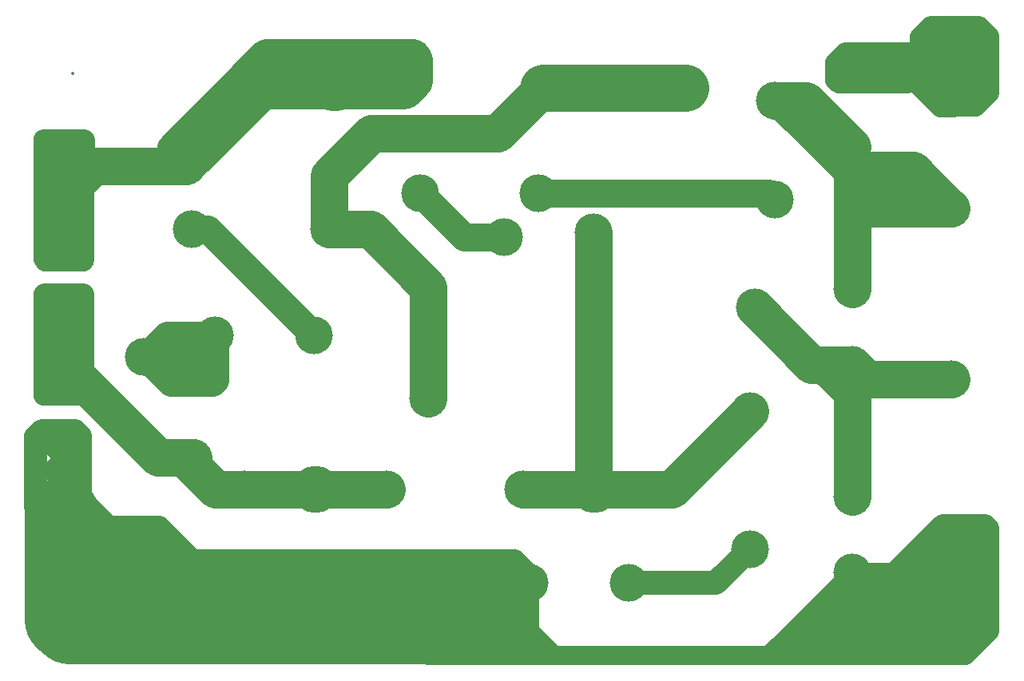
<source format=gbl>
%TF.GenerationSoftware,KiCad,Pcbnew,(6.0.7)*%
%TF.CreationDate,2024-05-27T12:45:13+05:30*%
%TF.ProjectId,G0449P0983,47303434-3950-4303-9938-332e6b696361,rev?*%
%TF.SameCoordinates,Original*%
%TF.FileFunction,Copper,L2,Bot*%
%TF.FilePolarity,Positive*%
%FSLAX46Y46*%
G04 Gerber Fmt 4.6, Leading zero omitted, Abs format (unit mm)*
G04 Created by KiCad (PCBNEW (6.0.7)) date 2024-05-27 12:45:13*
%MOMM*%
%LPD*%
G01*
G04 APERTURE LIST*
G04 Aperture macros list*
%AMRoundRect*
0 Rectangle with rounded corners*
0 $1 Rounding radius*
0 $2 $3 $4 $5 $6 $7 $8 $9 X,Y pos of 4 corners*
0 Add a 4 corners polygon primitive as box body*
4,1,4,$2,$3,$4,$5,$6,$7,$8,$9,$2,$3,0*
0 Add four circle primitives for the rounded corners*
1,1,$1+$1,$2,$3*
1,1,$1+$1,$4,$5*
1,1,$1+$1,$6,$7*
1,1,$1+$1,$8,$9*
0 Add four rect primitives between the rounded corners*
20,1,$1+$1,$2,$3,$4,$5,0*
20,1,$1+$1,$4,$5,$6,$7,0*
20,1,$1+$1,$6,$7,$8,$9,0*
20,1,$1+$1,$8,$9,$2,$3,0*%
G04 Aperture macros list end*
%TA.AperFunction,ComponentPad*%
%ADD10C,4.000000*%
%TD*%
%TA.AperFunction,ComponentPad*%
%ADD11C,2.000000*%
%TD*%
%TA.AperFunction,ComponentPad*%
%ADD12RoundRect,0.500000X0.500000X-1.500000X0.500000X1.500000X-0.500000X1.500000X-0.500000X-1.500000X0*%
%TD*%
%TA.AperFunction,ComponentPad*%
%ADD13C,7.000000*%
%TD*%
%TA.AperFunction,ComponentPad*%
%ADD14C,5.000000*%
%TD*%
%TA.AperFunction,ComponentPad*%
%ADD15C,2.500000*%
%TD*%
%TA.AperFunction,BGAPad,CuDef*%
%ADD16C,4.000000*%
%TD*%
%TA.AperFunction,Conductor*%
%ADD17C,3.000000*%
%TD*%
%TA.AperFunction,Conductor*%
%ADD18C,2.000000*%
%TD*%
%TA.AperFunction,Conductor*%
%ADD19C,4.000000*%
%TD*%
%TA.AperFunction,Conductor*%
%ADD20C,8.000000*%
%TD*%
%TA.AperFunction,Conductor*%
%ADD21C,4.500000*%
%TD*%
%TA.AperFunction,Conductor*%
%ADD22C,1.000000*%
%TD*%
%TA.AperFunction,Conductor*%
%ADD23C,5.000000*%
%TD*%
%TA.AperFunction,Conductor*%
%ADD24C,2.500000*%
%TD*%
%ADD25C,0.350000*%
%ADD26O,1.500000X3.500000*%
G04 APERTURE END LIST*
D10*
%TO.P,EO1,1,Pin_1*%
%TO.N,Net-(EO1-Pad1)*%
X139300000Y-105600000D03*
%TD*%
%TO.P,Lo1,1,Pin_1*%
%TO.N,Net-(Lo1-Pad1)*%
X139371828Y-71200000D03*
%TD*%
D11*
%TO.P,Lin1,1,Pin_1*%
%TO.N,Net-(F1-Pad1)*%
X45294128Y-66651681D03*
X45294128Y-73651681D03*
D12*
X45294128Y-70151681D03*
%TD*%
D13*
%TO.P,H2,1,1*%
%TO.N,Net-(EO1-Pad1)*%
X139371828Y-113461257D03*
%TD*%
%TO.P,H1,1,1*%
%TO.N,Earth_Protective*%
X139368909Y-56896463D03*
%TD*%
D10*
%TO.P,PTC1,1*%
%TO.N,Net-(L1-Pad2)*%
X83086702Y-69600000D03*
%TO.P,PTC1,2*%
%TO.N,Net-(PTC1-Pad2)*%
X95586702Y-69600000D03*
%TD*%
%TO.P,L2,1,1*%
%TO.N,Net-(F2-Pad2)*%
X101436702Y-73700000D03*
%TO.P,L2,2,2*%
%TO.N,Net-(L2-Pad2)*%
X118536702Y-81700000D03*
%TD*%
%TO.P,JP2,1,A*%
%TO.N,Net-(EO1-Pad1)*%
X53736702Y-107900000D03*
%TO.P,JP2,2,B*%
%TO.N,Net-(JP1-Pad2)*%
X53736702Y-86900000D03*
%TD*%
D11*
%TO.P,Nin1,1,Pin_1*%
%TO.N,Net-(F2-Pad1)*%
X45294128Y-82124526D03*
X45294128Y-89124526D03*
D12*
X45294128Y-85624526D03*
%TD*%
D10*
%TO.P,MOV1,1*%
%TO.N,Net-(JP1-Pad2)*%
X61286702Y-84600000D03*
%TO.P,MOV1,2*%
%TO.N,Net-(MOV1-Pad2)*%
X71786702Y-84600000D03*
%TD*%
%TO.P,MOV5,1*%
%TO.N,Net-(EO1-Pad1)*%
X128836702Y-112250000D03*
X128836702Y-109750000D03*
%TO.P,MOV5,2*%
%TO.N,Net-(L2-Pad2)*%
X128836702Y-101750000D03*
%TD*%
D14*
%TO.P,F2,1*%
%TO.N,Net-(F2-Pad1)*%
X71936702Y-101000000D03*
D10*
X64436702Y-101000000D03*
X79486702Y-101000000D03*
%TO.P,F2,2*%
%TO.N,Net-(F2-Pad2)*%
X93986702Y-101000000D03*
X109036702Y-101000000D03*
D14*
X101536702Y-101000000D03*
%TD*%
D10*
%TO.P,MOV2,1*%
%TO.N,Net-(L2-Pad2)*%
X128836702Y-90250000D03*
X128836702Y-87750000D03*
%TO.P,MOV2,2*%
%TO.N,Net-(Lo1-Pad1)*%
X128836702Y-79750000D03*
%TD*%
D13*
%TO.P,H3,1,1*%
%TO.N,Net-(EO1-Pad1)*%
X46216162Y-113468243D03*
%TD*%
D15*
%TO.P,JP1,1,A*%
%TO.N,Net-(F2-Pad1)*%
X59036702Y-97600000D03*
%TO.P,JP1,2,B*%
%TO.N,Net-(JP1-Pad2)*%
X59036702Y-89600000D03*
%TD*%
D10*
%TO.P,No1,1,Pin_1*%
%TO.N,Net-(L2-Pad2)*%
X139371828Y-89300000D03*
%TD*%
%TO.P,RT1,1*%
%TO.N,Net-(PTC1-Pad2)*%
X120636702Y-70250000D03*
%TO.P,RT1,2*%
%TO.N,Net-(Lo1-Pad1)*%
X120636702Y-59750000D03*
%TD*%
%TO.P,MOV3,1*%
%TO.N,Net-(Lo1-Pad1)*%
X128836702Y-67125000D03*
X128836702Y-64625000D03*
%TO.P,MOV3,2*%
%TO.N,Earth_Protective*%
X128836702Y-56625000D03*
%TD*%
D14*
%TO.P,F1,1*%
%TO.N,Net-(F1-Pad1)*%
X74036702Y-58400000D03*
D10*
X66536702Y-58400000D03*
X81586702Y-58400000D03*
%TO.P,F1,2*%
%TO.N,Net-(F1-Pad2)*%
X96086702Y-58400000D03*
X111136702Y-58400000D03*
D14*
X103636702Y-58400000D03*
%TD*%
D10*
%TO.P,GDT2,1*%
%TO.N,Net-(GDT2-Pad1)*%
X118036702Y-107290000D03*
D16*
%TO.P,GDT2,3*%
%TO.N,Net-(F2-Pad2)*%
X118036702Y-92710000D03*
%TD*%
D11*
%TO.P,Gin1,1,Pin_1*%
%TO.N,Net-(EO1-Pad1)*%
X45294128Y-97633252D03*
X45294128Y-104633252D03*
D12*
X45294128Y-101133252D03*
%TD*%
D10*
%TO.P,L1,1,1*%
%TO.N,Net-(F1-Pad2)*%
X83936702Y-91300000D03*
%TO.P,L1,2,2*%
%TO.N,Net-(L1-Pad2)*%
X91936702Y-74200000D03*
%TD*%
%TO.P,MOV4,1*%
%TO.N,Net-(GDT2-Pad1)*%
X105186702Y-110900000D03*
%TO.P,MOV4,2*%
%TO.N,Net-(EO1-Pad1)*%
X94686702Y-110900000D03*
%TD*%
%TO.P,GDT1,1*%
%TO.N,Net-(MOV1-Pad2)*%
X58846702Y-73400000D03*
D16*
%TO.P,GDT1,3*%
%TO.N,Net-(F1-Pad2)*%
X73426702Y-73400000D03*
%TD*%
D17*
%TO.N,Net-(MOV1-Pad2)*%
X60586702Y-73400000D02*
X71786702Y-84600000D01*
X58846702Y-73400000D02*
X60586702Y-73400000D01*
D18*
%TO.N,Net-(EO1-Pad1)*%
X47221573Y-95178427D02*
X47221573Y-101566683D01*
X140400000Y-114489429D02*
X139371828Y-113461257D01*
D19*
X132400000Y-114600000D02*
X126486702Y-114600000D01*
D18*
X94930000Y-116200000D02*
X93500000Y-116200000D01*
X126700000Y-116300000D02*
X127300000Y-115700000D01*
X95515000Y-116785000D02*
X97300000Y-118570000D01*
X126343351Y-114743351D02*
X127300000Y-115700000D01*
X133538743Y-113461257D02*
X132400000Y-114600000D01*
X140930000Y-115019429D02*
X139371828Y-113461257D01*
X97300000Y-118570000D02*
X99130000Y-118570000D01*
X54800000Y-107900000D02*
X55800000Y-106900000D01*
X143466702Y-107500000D02*
X142466702Y-106500000D01*
D20*
X87530000Y-115570000D02*
X90500000Y-112600000D01*
D18*
X118230000Y-118570000D02*
X140930000Y-118570000D01*
X139371828Y-106500000D02*
X137171828Y-108700000D01*
X94686702Y-114286702D02*
X92186702Y-114286702D01*
X140400000Y-117000000D02*
X140400000Y-114489429D01*
X95365000Y-116635000D02*
X92565000Y-116635000D01*
X138561257Y-113461257D02*
X135485914Y-110385914D01*
X46543146Y-94500000D02*
X47221573Y-95178427D01*
X142566383Y-110266702D02*
X139371828Y-113461257D01*
X143466702Y-105066702D02*
X143466702Y-107500000D01*
X137133085Y-115700000D02*
X139371828Y-113461257D01*
X126343351Y-114743351D02*
X124786702Y-116300000D01*
X50100000Y-104800000D02*
X52100000Y-104800000D01*
X142466702Y-106500000D02*
X139371828Y-106500000D01*
X52100000Y-104800000D02*
X55500000Y-104800000D01*
X94686702Y-110900000D02*
X94686702Y-114286702D01*
X128836702Y-109750000D02*
X130350000Y-109750000D01*
X58300000Y-109400000D02*
X92000000Y-109400000D01*
D20*
X60930000Y-115570000D02*
X55970000Y-115570000D01*
D18*
X136500000Y-108028172D02*
X137171828Y-108700000D01*
X59000000Y-108300000D02*
X93100000Y-108300000D01*
X135485914Y-110385914D02*
X141714086Y-110385914D01*
X121143351Y-117443351D02*
X120016702Y-118570000D01*
X133621828Y-112250000D02*
X133621828Y-115621828D01*
X42116702Y-102800000D02*
X42116702Y-95283298D01*
X134238743Y-113461257D02*
X134238743Y-114138743D01*
X128836702Y-109750000D02*
X133250000Y-109750000D01*
D20*
X60930000Y-115570000D02*
X87530000Y-115570000D01*
D18*
X139371828Y-113461257D02*
X138561257Y-113461257D01*
X137171828Y-108700000D02*
X135700000Y-108700000D01*
X130350000Y-109750000D02*
X131800000Y-111200000D01*
X55136702Y-109300000D02*
X56700000Y-109300000D01*
X99130000Y-118570000D02*
X83900000Y-118570000D01*
X128836702Y-112250000D02*
X138160571Y-112250000D01*
D19*
X141800000Y-115200000D02*
X140061257Y-113461257D01*
D18*
X45300000Y-95100000D02*
X44700000Y-94500000D01*
X94686702Y-114286702D02*
X94686702Y-115956702D01*
X139956649Y-117443351D02*
X140400000Y-117000000D01*
X44700000Y-94500000D02*
X46543146Y-94500000D01*
X143466702Y-107500000D02*
X143466702Y-111533298D01*
X134238743Y-113461257D02*
X133538743Y-113461257D01*
X92565000Y-116635000D02*
X92000000Y-117200000D01*
X124786702Y-116300000D02*
X126700000Y-116300000D01*
X143466702Y-110266702D02*
X143466702Y-107500000D01*
X128836702Y-112250000D02*
X126343351Y-114743351D01*
X45294128Y-104633252D02*
X43460876Y-102800000D01*
X47221573Y-101566683D02*
X45294128Y-103494128D01*
X133700000Y-115700000D02*
X137133085Y-115700000D01*
X139371828Y-106500000D02*
X136500000Y-106500000D01*
X126486702Y-114600000D02*
X126343351Y-114743351D01*
X121143351Y-117443351D02*
X134243351Y-117443351D01*
D19*
X128836702Y-112250000D02*
X132150000Y-112250000D01*
D18*
X133621828Y-115621828D02*
X133700000Y-115700000D01*
X132150000Y-112250000D02*
X133800000Y-110600000D01*
X46433252Y-101133252D02*
X50100000Y-104800000D01*
X133800000Y-110600000D02*
X134100000Y-110300000D01*
X139900000Y-106500000D02*
X141700000Y-108300000D01*
X136500000Y-106500000D02*
X138400000Y-104600000D01*
D20*
X45870000Y-115570000D02*
X60930000Y-115570000D01*
D18*
X134243351Y-117443351D02*
X134243351Y-116856649D01*
D20*
X45116702Y-114816702D02*
X45870000Y-115570000D01*
D18*
X99130000Y-118570000D02*
X118230000Y-118570000D01*
X134243351Y-116856649D02*
X135600000Y-115500000D01*
X53736702Y-107263298D02*
X55000000Y-106000000D01*
X135700000Y-108700000D02*
X135485914Y-108914086D01*
X139371828Y-106500000D02*
X139900000Y-106500000D01*
X134238743Y-113461257D02*
X139371828Y-113461257D01*
X134243351Y-117443351D02*
X139956649Y-117443351D01*
X124786702Y-116300000D02*
X124500000Y-116300000D01*
X92000000Y-109400000D02*
X92100000Y-109300000D01*
X143000000Y-104600000D02*
X143466702Y-105066702D01*
X138160571Y-112250000D02*
X139371828Y-113461257D01*
X140930000Y-118570000D02*
X143466702Y-116033298D01*
X138400000Y-114433085D02*
X138400000Y-116200000D01*
X120016702Y-118570000D02*
X118230000Y-118570000D01*
X42116702Y-95283298D02*
X42900000Y-94500000D01*
X143466702Y-110266702D02*
X142566383Y-110266702D01*
X53736702Y-107900000D02*
X55136702Y-109300000D01*
X53736702Y-106436702D02*
X52100000Y-104800000D01*
X135485914Y-108914086D02*
X135485914Y-110385914D01*
X56736702Y-110900000D02*
X53736702Y-107900000D01*
D20*
X135600000Y-115500000D02*
X135900000Y-115200000D01*
D18*
X53736702Y-107900000D02*
X54800000Y-107900000D01*
X44000000Y-99100000D02*
X44000000Y-98927380D01*
X128836702Y-112250000D02*
X128836702Y-109750000D01*
X127300000Y-115700000D02*
X133700000Y-115700000D01*
X44700000Y-94500000D02*
X42900000Y-94500000D01*
X141714086Y-110385914D02*
X142100000Y-110000000D01*
X139371828Y-113461257D02*
X138400000Y-114433085D01*
D20*
X45116702Y-103671554D02*
X45116702Y-114816702D01*
D18*
X135700000Y-108700000D02*
X140400000Y-108700000D01*
X55800000Y-106900000D02*
X58300000Y-109400000D01*
X53736702Y-107900000D02*
X53736702Y-107263298D01*
X42900000Y-94500000D02*
X42500000Y-94900000D01*
X128836702Y-112250000D02*
X133621828Y-112250000D01*
X143466702Y-116033298D02*
X143466702Y-110266702D01*
X134600000Y-111400000D02*
X142200000Y-111400000D01*
X42500000Y-101054852D02*
X45116702Y-103671554D01*
X45294128Y-97633252D02*
X45294128Y-101133252D01*
X45294128Y-101133252D02*
X46433252Y-101133252D01*
X44100000Y-96439124D02*
X44100000Y-96100000D01*
X133800000Y-110600000D02*
X134600000Y-111400000D01*
X133621828Y-112250000D02*
X135485914Y-110385914D01*
X93100000Y-108300000D02*
X94686702Y-109886702D01*
X95515000Y-116785000D02*
X94930000Y-116200000D01*
X128836702Y-109750000D02*
X121143351Y-117443351D01*
X134238743Y-114138743D02*
X135600000Y-115500000D01*
D20*
X55970000Y-115570000D02*
X49600000Y-109200000D01*
D18*
X94686702Y-115956702D02*
X95365000Y-116635000D01*
X92186702Y-114286702D02*
X90500000Y-112600000D01*
X138400000Y-104600000D02*
X143000000Y-104600000D01*
X43460876Y-102800000D02*
X42116702Y-102800000D01*
X139371828Y-106500000D02*
X139371828Y-113461257D01*
D19*
X140400000Y-108700000D02*
X140700000Y-109000000D01*
D18*
X94686702Y-109886702D02*
X94686702Y-110900000D01*
X45294128Y-95105872D02*
X45300000Y-95100000D01*
X95365000Y-116635000D02*
X95515000Y-116785000D01*
X45294128Y-97633252D02*
X45294128Y-95105872D01*
X143466702Y-111533298D02*
X141538743Y-113461257D01*
X53736702Y-107900000D02*
X53736702Y-106436702D01*
X140930000Y-118570000D02*
X140930000Y-115019429D01*
X45294128Y-97633252D02*
X44100000Y-96439124D01*
X55500000Y-104800000D02*
X59000000Y-108300000D01*
X136500000Y-106500000D02*
X133250000Y-109750000D01*
X141538743Y-113461257D02*
X140061257Y-113461257D01*
X45294128Y-97633252D02*
X44000000Y-98927380D01*
X94686702Y-110900000D02*
X56736702Y-110900000D01*
X53736702Y-107900000D02*
X53736702Y-106836702D01*
X140061257Y-113461257D02*
X139371828Y-113461257D01*
X42500000Y-94900000D02*
X42500000Y-101054852D01*
X53736702Y-106836702D02*
X52900000Y-106000000D01*
X136500000Y-106500000D02*
X136500000Y-108028172D01*
%TO.N,Net-(F1-Pad1)*%
X45294128Y-64894128D02*
X44200000Y-63800000D01*
D21*
X66536702Y-58200000D02*
X66736702Y-58400000D01*
D18*
X45294128Y-66651681D02*
X45294128Y-64894128D01*
X46871224Y-75228776D02*
X45294128Y-73651681D01*
X47600000Y-65400000D02*
X46600000Y-66400000D01*
D19*
X82200000Y-55200000D02*
X82400000Y-55400000D01*
X57051681Y-66651681D02*
X58248319Y-66651681D01*
D18*
X47600000Y-63900000D02*
X47600000Y-65400000D01*
X43300000Y-76800000D02*
X45000000Y-76800000D01*
X45294128Y-66651681D02*
X45294128Y-70151681D01*
D19*
X59236702Y-65700000D02*
X59200000Y-65700000D01*
X82400000Y-55400000D02*
X82400000Y-57586702D01*
X66800000Y-55200000D02*
X82200000Y-55200000D01*
D18*
X46800000Y-75157552D02*
X46800000Y-71900000D01*
D19*
X82400000Y-57586702D02*
X81586702Y-58400000D01*
D18*
X44200000Y-63800000D02*
X44200000Y-66500000D01*
D19*
X57051681Y-64948319D02*
X66800000Y-55200000D01*
D21*
X66736702Y-58400000D02*
X81300000Y-58400000D01*
D18*
X45000000Y-76800000D02*
X45294128Y-76505872D01*
X43100000Y-63800000D02*
X47500000Y-63800000D01*
D22*
X81586702Y-58400000D02*
X74036702Y-58400000D01*
D19*
X46550000Y-68550000D02*
X45294128Y-69805872D01*
X57051681Y-66651681D02*
X48448319Y-66651681D01*
D18*
X43100000Y-63800000D02*
X43100000Y-76600000D01*
D19*
X57051681Y-66651681D02*
X57051681Y-64948319D01*
D18*
X45294128Y-76505872D02*
X45294128Y-73651681D01*
X47400000Y-76800000D02*
X47500000Y-76700000D01*
X45294128Y-70151681D02*
X45294128Y-73651681D01*
D19*
X66536702Y-58400000D02*
X59236702Y-65700000D01*
D18*
X46600000Y-64800000D02*
X46600000Y-66400000D01*
D19*
X48448319Y-66651681D02*
X46550000Y-68550000D01*
D18*
X44200000Y-63800000D02*
X43100000Y-63800000D01*
X47500000Y-63800000D02*
X47600000Y-63900000D01*
D19*
X58248319Y-66651681D02*
X59200000Y-65700000D01*
D18*
X44200000Y-75900000D02*
X44200000Y-72600000D01*
X47500000Y-76700000D02*
X47500000Y-69500000D01*
D19*
X45294128Y-69805872D02*
X45294128Y-70151681D01*
D18*
X45000000Y-76800000D02*
X47400000Y-76800000D01*
X45294128Y-68894128D02*
X44200000Y-67800000D01*
D19*
%TO.N,Net-(F1-Pad2)*%
X77900000Y-63200000D02*
X91286702Y-63200000D01*
D23*
X111136702Y-58400000D02*
X103636702Y-58400000D01*
D19*
X73426702Y-67673298D02*
X77900000Y-63200000D01*
X83936702Y-79536702D02*
X83936702Y-91300000D01*
X91286702Y-63200000D02*
X96086702Y-58400000D01*
X73426702Y-73400000D02*
X77800000Y-73400000D01*
D23*
X103636702Y-58400000D02*
X96086702Y-58400000D01*
D19*
X77800000Y-73400000D02*
X83936702Y-79536702D01*
X73426702Y-73400000D02*
X73426702Y-67673298D01*
%TO.N,Net-(F2-Pad1)*%
X64436702Y-101000000D02*
X79486702Y-101000000D01*
D18*
X45294128Y-80794128D02*
X44600000Y-80100000D01*
X45294128Y-82124526D02*
X45294128Y-80794128D01*
D19*
X61400000Y-101000000D02*
X58000000Y-97600000D01*
X45294128Y-85624526D02*
X45294128Y-89124526D01*
D18*
X47500000Y-80200000D02*
X47500000Y-88300000D01*
X44600000Y-80100000D02*
X47400000Y-80100000D01*
D19*
X45294128Y-85624526D02*
X45294128Y-82124526D01*
X59036702Y-97600000D02*
X58000000Y-97600000D01*
D18*
X44600000Y-80100000D02*
X43200000Y-80100000D01*
D19*
X64436702Y-101000000D02*
X61400000Y-101000000D01*
D18*
X47500000Y-88300000D02*
X46750000Y-89050000D01*
D19*
X48150000Y-90450000D02*
X46750000Y-89050000D01*
D18*
X43100000Y-91100000D02*
X47500000Y-91100000D01*
D19*
X55300000Y-97600000D02*
X48150000Y-90450000D01*
D18*
X43200000Y-80100000D02*
X43100000Y-80200000D01*
X47500000Y-91100000D02*
X48150000Y-90450000D01*
D19*
X58000000Y-97600000D02*
X55300000Y-97600000D01*
D18*
X43100000Y-80200000D02*
X43100000Y-91100000D01*
D19*
%TO.N,Net-(F2-Pad2)*%
X93986702Y-101000000D02*
X109036702Y-101000000D01*
X101436702Y-73700000D02*
X101436702Y-100900000D01*
X109036702Y-101000000D02*
X109746702Y-101000000D01*
X101436702Y-100900000D02*
X101536702Y-101000000D01*
X109746702Y-101000000D02*
X118036702Y-92710000D01*
D24*
%TO.N,Net-(GDT2-Pad1)*%
X114426702Y-110900000D02*
X118036702Y-107290000D01*
X105186702Y-110900000D02*
X114426702Y-110900000D01*
D19*
%TO.N,Net-(Lo1-Pad1)*%
X139371828Y-71200000D02*
X131000000Y-71200000D01*
X137885914Y-69714086D02*
X139371828Y-71200000D01*
D17*
X128836702Y-67125000D02*
X128836702Y-64625000D01*
D19*
X121461702Y-59750000D02*
X128836702Y-67125000D01*
X128836702Y-69036702D02*
X128836702Y-79750000D01*
D17*
X120636702Y-59750000D02*
X121461702Y-59750000D01*
D19*
X132485914Y-69714086D02*
X131000000Y-71200000D01*
X137885914Y-69714086D02*
X132485914Y-69714086D01*
X120636702Y-59750000D02*
X123961702Y-59750000D01*
X123961702Y-59750000D02*
X128836702Y-64625000D01*
X128836702Y-67125000D02*
X135296828Y-67125000D01*
X131000000Y-71200000D02*
X128836702Y-69036702D01*
X135296828Y-67125000D02*
X137885914Y-69714086D01*
X128836702Y-67125000D02*
X128836702Y-69036702D01*
%TO.N,Net-(L2-Pad2)*%
X128836702Y-90663298D02*
X128836702Y-101750000D01*
X125923404Y-87750000D02*
X128836702Y-90663298D01*
X128836702Y-90250000D02*
X128836702Y-87750000D01*
X126336702Y-87750000D02*
X128836702Y-90250000D01*
X130386702Y-89300000D02*
X128836702Y-87750000D01*
X124586702Y-87750000D02*
X118536702Y-81700000D01*
X124586702Y-87750000D02*
X125923404Y-87750000D01*
X139371828Y-89300000D02*
X130386702Y-89300000D01*
X124586702Y-87750000D02*
X126336702Y-87750000D01*
X128836702Y-90250000D02*
X128836702Y-90663298D01*
X128836702Y-87750000D02*
X124586702Y-87750000D01*
D18*
%TO.N,Earth_Protective*%
X139368909Y-58268909D02*
X141500000Y-60400000D01*
X139368909Y-59868909D02*
X139900000Y-60400000D01*
X128100000Y-54600000D02*
X128100000Y-55888298D01*
X139368909Y-56896463D02*
X139572446Y-57100000D01*
X128100000Y-54600000D02*
X127000000Y-55700000D01*
X141496463Y-56896463D02*
X139368909Y-56896463D01*
X137200000Y-54727554D02*
X137200000Y-53600000D01*
X135200000Y-57500000D02*
X138200000Y-60500000D01*
X137200000Y-51800000D02*
X137200000Y-54727554D01*
X142300000Y-51800000D02*
X139800000Y-51800000D01*
X142000000Y-57400000D02*
X141496463Y-56896463D01*
X134596463Y-56896463D02*
X135200000Y-57500000D01*
X136000000Y-53000000D02*
X136000000Y-54400000D01*
X128700000Y-58000000D02*
X134700000Y-58000000D01*
X128700000Y-56761702D02*
X128700000Y-58000000D01*
X139368909Y-56896463D02*
X139368909Y-58268909D01*
X127000000Y-57600000D02*
X127400000Y-58000000D01*
X141500000Y-60400000D02*
X142000000Y-60400000D01*
X139300000Y-56827554D02*
X139300000Y-54800000D01*
X134325000Y-56625000D02*
X128836702Y-56625000D01*
X139800000Y-51800000D02*
X142082686Y-54082686D01*
X143400000Y-52900000D02*
X143365372Y-52900000D01*
X139368909Y-56896463D02*
X139368909Y-60068909D01*
X134496463Y-56896463D02*
X134596463Y-56896463D01*
X139368909Y-56896463D02*
X139368909Y-59868909D01*
X139368909Y-56931091D02*
X137800000Y-58500000D01*
X139368909Y-56896463D02*
X139300000Y-56827554D01*
X139368909Y-56896463D02*
X139368909Y-56931091D01*
X135400000Y-55600000D02*
X138072446Y-55600000D01*
X130600000Y-55600000D02*
X135400000Y-55600000D01*
X134700000Y-58000000D02*
X135200000Y-57500000D01*
X142082686Y-54082686D02*
X142082686Y-54182686D01*
X139700000Y-60400000D02*
X139900000Y-60400000D01*
X142082686Y-54182686D02*
X139368909Y-56896463D01*
X138072446Y-55600000D02*
X139368909Y-56896463D01*
X139368909Y-60068909D02*
X139700000Y-60400000D01*
X129575000Y-56625000D02*
X130600000Y-55600000D01*
X143400000Y-59000000D02*
X143400000Y-57100000D01*
X139368909Y-56896463D02*
X141296463Y-56896463D01*
X134596463Y-56896463D02*
X134596463Y-56203537D01*
X128836702Y-56625000D02*
X128700000Y-56761702D01*
X135400000Y-55600000D02*
X135500000Y-55700000D01*
X141296463Y-56896463D02*
X143400000Y-59000000D01*
X137200000Y-54727554D02*
X139368909Y-56896463D01*
X139572446Y-57100000D02*
X143400000Y-57100000D01*
X128100000Y-55888298D02*
X128836702Y-56625000D01*
X139368909Y-53868909D02*
X139368909Y-56896463D01*
X127400000Y-58000000D02*
X128700000Y-58000000D01*
X127000000Y-55700000D02*
X127000000Y-57600000D01*
X142000000Y-60400000D02*
X143400000Y-59000000D01*
X139800000Y-56465372D02*
X139368909Y-56896463D01*
X139368909Y-56896463D02*
X139496463Y-56896463D01*
X138300000Y-55827554D02*
X138300000Y-54300000D01*
X143400000Y-57100000D02*
X143400000Y-52900000D01*
X143400000Y-52900000D02*
X142300000Y-51800000D01*
X138600000Y-53100000D02*
X139368909Y-53868909D01*
X139800000Y-51800000D02*
X139800000Y-56465372D01*
X128836702Y-56625000D02*
X129575000Y-56625000D01*
X140903537Y-56896463D02*
X139368909Y-56896463D01*
X134596463Y-56896463D02*
X134325000Y-56625000D01*
X139900000Y-60400000D02*
X141500000Y-60400000D01*
X139800000Y-51800000D02*
X137200000Y-51800000D01*
X142200000Y-55600000D02*
X140903537Y-56896463D01*
X139496463Y-56896463D02*
X141500000Y-58900000D01*
X134496463Y-56896463D02*
X129108165Y-56896463D01*
X134596463Y-56203537D02*
X137200000Y-53600000D01*
X138300000Y-55827554D02*
X139368909Y-56896463D01*
X137200000Y-51800000D02*
X136000000Y-53000000D01*
X135800000Y-54600000D02*
X128100000Y-54600000D01*
X136000000Y-54400000D02*
X135800000Y-54600000D01*
X138200000Y-60500000D02*
X139600000Y-60500000D01*
X139600000Y-60500000D02*
X139700000Y-60400000D01*
X143365372Y-52900000D02*
X142082686Y-54182686D01*
X139368909Y-56896463D02*
X134496463Y-56896463D01*
D17*
%TO.N,Net-(L1-Pad2)*%
X91936702Y-74200000D02*
X87686702Y-74200000D01*
X87686702Y-74200000D02*
X83086702Y-69600000D01*
%TO.N,Net-(PTC1-Pad2)*%
X95586702Y-69600000D02*
X119986702Y-69600000D01*
X119986702Y-69600000D02*
X120636702Y-70250000D01*
%TO.N,Net-(JP1-Pad2)*%
X61286702Y-84600000D02*
X56236702Y-84600000D01*
X56636702Y-89600000D02*
X53936702Y-86900000D01*
X56236702Y-84600000D02*
X53936702Y-86900000D01*
X59036702Y-89600000D02*
X56636702Y-89600000D01*
X61286702Y-89386702D02*
X61286702Y-84600000D01*
X59036702Y-89600000D02*
X61073404Y-89600000D01*
X61073404Y-89600000D02*
X61286702Y-89386702D01*
X58986702Y-86900000D02*
X56500000Y-86900000D01*
%TD*%
D25*
X139300000Y-105600000D03*
X139371828Y-71200000D03*
X45294128Y-66651681D03*
X45294128Y-73651681D03*
D26*
X45294128Y-70151681D03*
D25*
X46216162Y-56890035D03*
X139371828Y-113461257D03*
X139368909Y-56896463D03*
X83086702Y-69600000D03*
X95586702Y-69600000D03*
X101436702Y-73700000D03*
X118536702Y-81700000D03*
X53736702Y-107900000D03*
X53736702Y-86900000D03*
X45294128Y-82124526D03*
X45294128Y-89124526D03*
D26*
X45294128Y-85624526D03*
D25*
X61286702Y-84600000D03*
X71786702Y-84600000D03*
X128836702Y-112250000D03*
X128836702Y-109750000D03*
X128836702Y-101750000D03*
X71936702Y-101000000D03*
X64436702Y-101000000D03*
X79486702Y-101000000D03*
X93986702Y-101000000D03*
X109036702Y-101000000D03*
X101536702Y-101000000D03*
X128836702Y-90250000D03*
X128836702Y-87750000D03*
X128836702Y-79750000D03*
X46216162Y-113468243D03*
X59036702Y-97600000D03*
X59036702Y-89600000D03*
X139371828Y-89300000D03*
X120636702Y-70250000D03*
X120636702Y-59750000D03*
X128836702Y-67125000D03*
X128836702Y-64625000D03*
X128836702Y-56625000D03*
X74036702Y-58400000D03*
X66536702Y-58400000D03*
X81586702Y-58400000D03*
X96086702Y-58400000D03*
X111136702Y-58400000D03*
X103636702Y-58400000D03*
X118036702Y-107290000D03*
X118036702Y-92710000D03*
X45294128Y-97633252D03*
X45294128Y-104633252D03*
D26*
X45294128Y-101133252D03*
D25*
X83936702Y-91300000D03*
X91936702Y-74200000D03*
X105186702Y-110900000D03*
X94686702Y-110900000D03*
X58846702Y-73400000D03*
X73426702Y-73400000D03*
M02*

</source>
